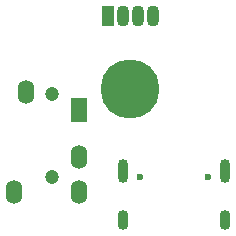
<source format=gbs>
%TF.GenerationSoftware,KiCad,Pcbnew,7.0.2-6a45011f42~172~ubuntu22.04.1*%
%TF.CreationDate,2023-05-17T08:32:53+02:00*%
%TF.ProjectId,PowerMeterLC,506f7765-724d-4657-9465-724c432e6b69,rev?*%
%TF.SameCoordinates,Original*%
%TF.FileFunction,Soldermask,Bot*%
%TF.FilePolarity,Negative*%
%FSLAX46Y46*%
G04 Gerber Fmt 4.6, Leading zero omitted, Abs format (unit mm)*
G04 Created by KiCad (PCBNEW 7.0.2-6a45011f42~172~ubuntu22.04.1) date 2023-05-17 08:32:53*
%MOMM*%
%LPD*%
G01*
G04 APERTURE LIST*
%ADD10C,0.800000*%
%ADD11C,5.000000*%
%ADD12C,0.600000*%
%ADD13O,0.900000X2.000000*%
%ADD14O,0.900000X1.700000*%
%ADD15C,1.200000*%
%ADD16O,1.400000X2.000000*%
%ADD17R,1.400000X2.000000*%
%ADD18R,1.070000X1.800000*%
%ADD19O,1.070000X1.800000*%
G04 APERTURE END LIST*
D10*
%TO.C,TP1*%
X25595000Y-183625000D03*
X26144175Y-182299175D03*
X26144175Y-184950825D03*
X27470000Y-181750000D03*
D11*
X27470000Y-183625000D03*
D10*
X27470000Y-185500000D03*
X28795825Y-182299175D03*
X28795825Y-184950825D03*
X29345000Y-183625000D03*
%TD*%
D12*
%TO.C,J2*%
X28320000Y-191075000D03*
X34100000Y-191075000D03*
D13*
X26890000Y-190595000D03*
D14*
X26890000Y-194765000D03*
D13*
X35530000Y-190595000D03*
D14*
X35530000Y-194765000D03*
%TD*%
D15*
%TO.C,J3*%
X20832500Y-191100000D03*
X20832500Y-184100000D03*
D16*
X17632500Y-192400000D03*
X23132500Y-189400000D03*
X23132500Y-192400000D03*
X18632500Y-183900000D03*
D17*
X23132500Y-185400000D03*
%TD*%
D18*
%TO.C,D2*%
X25570000Y-177500000D03*
D19*
X26840000Y-177500000D03*
X28110000Y-177500000D03*
X29380000Y-177500000D03*
%TD*%
M02*

</source>
